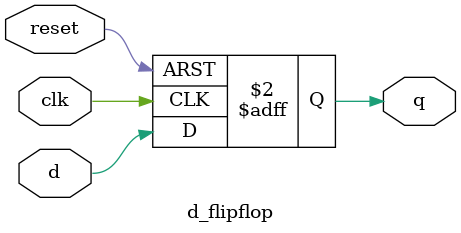
<source format=v>
`timescale 1ns / 1ps
module d_flipflop(clk, reset, d, q);
	input clk , reset, d;
	output reg q;
	
	always @(posedge clk, posedge reset)
		if (reset) q <= 1'b0; else
					  q <= d;

endmodule

</source>
